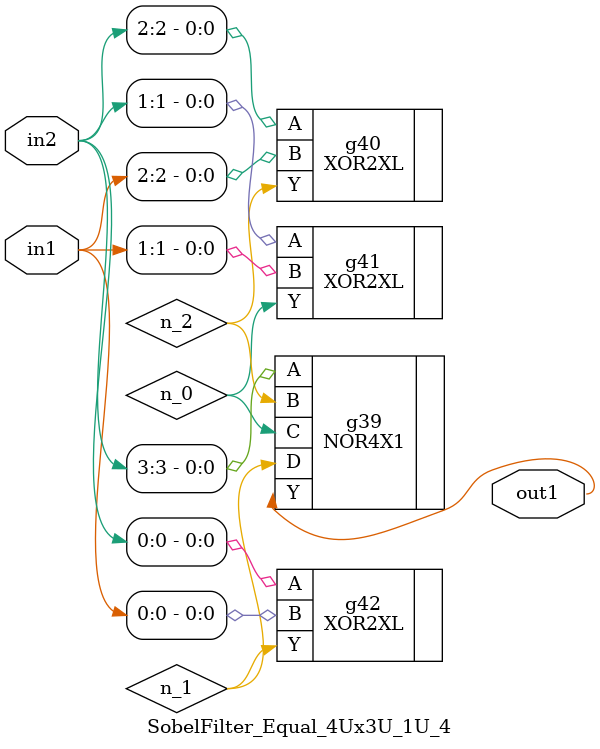
<source format=v>
`timescale 1ps / 1ps


module SobelFilter_Equal_4Ux3U_1U_4(in2, in1, out1);
  input [3:0] in2;
  input [2:0] in1;
  output out1;
  wire [3:0] in2;
  wire [2:0] in1;
  wire out1;
  wire n_0, n_1, n_2;
  NOR4X1 g39(.A (in2[3]), .B (n_2), .C (n_0), .D (n_1), .Y (out1));
  XOR2XL g40(.A (in2[2]), .B (in1[2]), .Y (n_2));
  XOR2XL g42(.A (in2[0]), .B (in1[0]), .Y (n_1));
  XOR2XL g41(.A (in2[1]), .B (in1[1]), .Y (n_0));
endmodule



</source>
